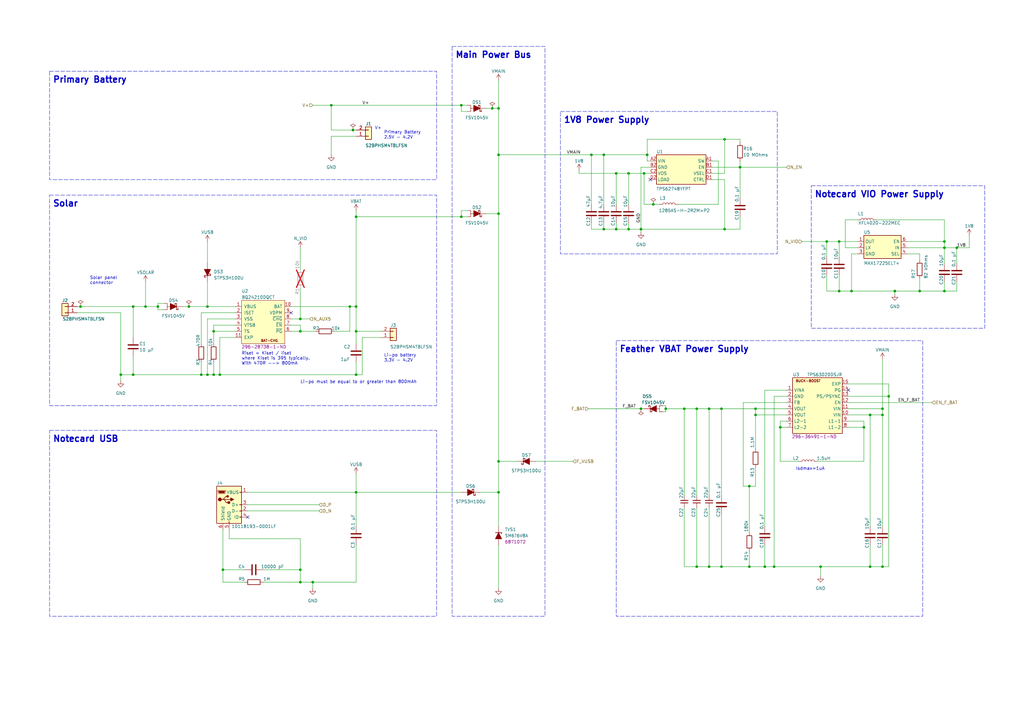
<source format=kicad_sch>
(kicad_sch (version 20230121) (generator eeschema)
  (paper "A3")
  (title_block (title "Notecarrier-F") (date "2023-05-03") (rev "A") (comment 1 "Blues Inc") (comment 2 "Heath Raftery"))
  (junction (at 387.35 119.38))
  (junction (at 204.47 44.45))
  (junction (at 146.05 135.89))
  (junction (at 90.17 153.67))
  (junction (at 364.49 162.56))
  (junction (at 144.78 53.34))
  (junction (at 257.81 93.98))
  (junction (at 290.83 167.64))
  (junction (at 87.63 153.67))
  (junction (at 252.73 71.12))
  (junction (at 344.17 119.38))
  (junction (at 146.05 88.9))
  (junction (at 267.97 83.82))
  (junction (at 204.47 189.23))
  (junction (at 123.19 130.81))
  (junction (at 82.55 153.67))
  (junction (at 59.69 125.73))
  (junction (at 336.55 232.41))
  (junction (at 146.05 125.73))
  (junction (at 54.61 125.73))
  (junction (at 242.57 63.5))
  (junction (at 128.27 238.76))
  (junction (at 349.25 119.38))
  (junction (at 146.05 153.67))
  (junction (at 33.02 125.73))
  (junction (at 264.16 71.12))
  (junction (at 339.09 99.06))
  (junction (at 143.51 125.73))
  (junction (at 146.05 201.93))
  (junction (at 262.89 93.98))
  (junction (at 204.47 87.63))
  (junction (at 361.95 232.41))
  (junction (at 201.93 44.45))
  (junction (at 257.81 71.12))
  (junction (at 309.88 170.18))
  (junction (at 320.04 175.26))
  (junction (at 64.77 125.73))
  (junction (at 309.88 167.64))
  (junction (at 367.03 119.38))
  (junction (at 356.87 232.41))
  (junction (at 307.34 199.39))
  (junction (at 189.23 88.9))
  (junction (at 54.61 153.67))
  (junction (at 313.69 232.41))
  (junction (at 265.43 63.5))
  (junction (at 356.87 170.18))
  (junction (at 87.63 135.89))
  (junction (at 77.47 125.73))
  (junction (at 285.75 232.41))
  (junction (at 280.67 167.64))
  (junction (at 377.19 119.38))
  (junction (at 252.73 93.98))
  (junction (at 85.09 125.73))
  (junction (at 303.53 68.58))
  (junction (at 361.95 170.18))
  (junction (at 361.95 167.64))
  (junction (at 295.91 167.64))
  (junction (at 123.19 238.76))
  (junction (at 387.35 101.6))
  (junction (at 49.53 153.67))
  (junction (at 354.33 175.26))
  (junction (at 204.47 63.5))
  (junction (at 91.44 233.68))
  (junction (at 392.43 101.6))
  (junction (at 344.17 99.06))
  (junction (at 297.18 57.15))
  (junction (at 85.09 153.67))
  (junction (at 204.47 201.93))
  (junction (at 123.19 233.68))
  (junction (at 307.34 232.41))
  (junction (at 290.83 232.41))
  (junction (at 295.91 232.41))
  (junction (at 285.75 167.64))
  (junction (at 189.23 43.18))
  (junction (at 387.35 99.06))
  (junction (at 135.89 43.18))
  (junction (at 273.05 167.64))
  (junction (at 262.89 167.64))
  (junction (at 317.5 232.41))
  (junction (at 247.65 93.98))
  (junction (at 123.19 135.89))
  (junction (at 247.65 63.5))
  (junction (at 297.18 93.98))
  (no_connect (at 266.7 73.66))
  (no_connect (at 101.6 212.09))
  (no_connect (at 119.38 128.27))
  (no_connect (at 347.98 160.02))
  (wire (pts (xy 146.05 223.52) (xy 146.05 238.76)))
  (wire (pts (xy 307.34 199.39) (xy 304.8 199.39)))
  (wire (pts (xy 356.87 223.52) (xy 356.87 232.41)))
  (wire (pts (xy 204.47 87.63) (xy 204.47 189.23)))
  (wire (pts (xy 290.83 208.28) (xy 290.83 232.41)))
  (wire (pts (xy 297.18 71.12) (xy 297.18 57.15)))
  (wire (pts (xy 128.27 238.76) (xy 123.19 238.76)))
  (wire (pts (xy 82.55 128.27) (xy 82.55 140.97)))
  (wire (pts (xy 304.8 165.1) (xy 322.58 165.1)))
  (wire (pts (xy 93.98 220.98) (xy 123.19 220.98)))
  (wire (pts (xy 87.63 133.35) (xy 87.63 135.89)))
  (wire (pts (xy 280.67 208.28) (xy 280.67 232.41)))
  (wire (pts (xy 82.55 148.59) (xy 82.55 153.67)))
  (wire (pts (xy 285.75 208.28) (xy 285.75 232.41)))
  (wire (pts (xy 322.58 167.64) (xy 309.88 167.64)))
  (wire (pts (xy 237.49 69.85) (xy 237.49 71.12)))
  (wire (pts (xy 87.63 153.67) (xy 85.09 153.67)))
  (wire (pts (xy 285.75 232.41) (xy 290.83 232.41)))
  (wire (pts (xy 346.71 90.17) (xy 351.79 90.17)))
  (wire (pts (xy 82.55 153.67) (xy 54.61 153.67)))
  (wire (pts (xy 199.39 87.63) (xy 204.47 87.63)))
  (wire (pts (xy 266.7 66.04) (xy 265.43 66.04)))
  (wire (pts (xy 146.05 53.34) (xy 144.78 53.34)))
  (wire (pts (xy 307.34 232.41) (xy 313.69 232.41)))
  (wire (pts (xy 361.95 215.9) (xy 361.95 170.18)))
  (wire (pts (xy 219.71 189.23) (xy 234.95 189.23)))
  (wire (pts (xy 346.71 101.6) (xy 346.71 90.17)))
  (wire (pts (xy 297.18 57.15) (xy 265.43 57.15)))
  (wire (pts (xy 204.47 201.93) (xy 204.47 215.9)))
  (wire (pts (xy 123.19 238.76) (xy 107.95 238.76)))
  (wire (pts (xy 354.33 172.72) (xy 354.33 175.26)))
  (wire (pts (xy 119.38 130.81) (xy 123.19 130.81)))
  (wire (pts (xy 49.53 128.27) (xy 49.53 153.67)))
  (wire (pts (xy 309.88 199.39) (xy 309.88 191.77)))
  (wire (pts (xy 309.88 167.64) (xy 295.91 167.64)))
  (wire (pts (xy 322.58 162.56) (xy 317.5 162.56)))
  (wire (pts (xy 359.41 90.17) (xy 387.35 90.17)))
  (wire (pts (xy 135.89 55.88) (xy 135.89 63.5)))
  (wire (pts (xy 266.7 68.58) (xy 262.89 68.58)))
  (wire (pts (xy 387.35 119.38) (xy 377.19 119.38)))
  (wire (pts (xy 135.89 43.18) (xy 189.23 43.18)))
  (wire (pts (xy 313.69 232.41) (xy 317.5 232.41)))
  (wire (pts (xy 280.67 167.64) (xy 280.67 203.2)))
  (wire (pts (xy 271.78 166.37) (xy 273.05 166.37)))
  (wire (pts (xy 91.44 233.68) (xy 91.44 238.76)))
  (wire (pts (xy 303.53 66.04) (xy 303.53 68.58)))
  (wire (pts (xy 128.27 238.76) (xy 128.27 241.3)))
  (wire (pts (xy 307.34 199.39) (xy 309.88 199.39)))
  (wire (pts (xy 285.75 167.64) (xy 285.75 203.2)))
  (wire (pts (xy 148.59 153.67) (xy 146.05 153.67)))
  (wire (pts (xy 303.53 68.58) (xy 303.53 81.28)))
  (wire (pts (xy 320.04 172.72) (xy 320.04 175.26)))
  (wire (pts (xy 262.89 68.58) (xy 262.89 93.98)))
  (wire (pts (xy 307.34 218.44) (xy 307.34 199.39)))
  (wire (pts (xy 91.44 233.68) (xy 100.33 233.68)))
  (wire (pts (xy 135.89 53.34) (xy 135.89 43.18)))
  (wire (pts (xy 257.81 71.12) (xy 257.81 83.82)))
  (wire (pts (xy 354.33 175.26) (xy 354.33 189.23)))
  (wire (pts (xy 123.19 118.11) (xy 123.19 130.81)))
  (wire (pts (xy 119.38 125.73) (xy 143.51 125.73)))
  (wire (pts (xy 146.05 194.31) (xy 146.05 201.93)))
  (wire (pts (xy 265.43 63.5) (xy 247.65 63.5)))
  (wire (pts (xy 322.58 170.18) (xy 309.88 170.18)))
  (wire (pts (xy 295.91 232.41) (xy 307.34 232.41)))
  (wire (pts (xy 91.44 238.76) (xy 100.33 238.76)))
  (wire (pts (xy 156.21 138.43) (xy 148.59 138.43)))
  (wire (pts (xy 204.47 63.5) (xy 242.57 63.5)))
  (wire (pts (xy 74.93 125.73) (xy 77.47 125.73)))
  (wire (pts (xy 204.47 189.23) (xy 212.09 189.23)))
  (wire (pts (xy 204.47 44.45) (xy 201.93 44.45)))
  (wire (pts (xy 303.53 57.15) (xy 297.18 57.15)))
  (wire (pts (xy 328.93 99.06) (xy 339.09 99.06)))
  (wire (pts (xy 59.69 125.73) (xy 64.77 125.73)))
  (wire (pts (xy 387.35 99.06) (xy 387.35 101.6)))
  (wire (pts (xy 96.52 128.27) (xy 82.55 128.27)))
  (wire (pts (xy 189.23 86.36) (xy 189.23 88.9)))
  (wire (pts (xy 262.89 93.98) (xy 262.89 95.25)))
  (wire (pts (xy 294.64 83.82) (xy 294.64 66.04)))
  (wire (pts (xy 146.05 148.59) (xy 146.05 153.67)))
  (wire (pts (xy 356.87 170.18) (xy 356.87 215.9)))
  (wire (pts (xy 309.88 167.64) (xy 309.88 170.18)))
  (wire (pts (xy 377.19 114.3) (xy 377.19 119.38)))
  (wire (pts (xy 387.35 101.6) (xy 372.11 101.6)))
  (wire (pts (xy 204.47 189.23) (xy 204.47 201.93)))
  (wire (pts (xy 54.61 146.05) (xy 54.61 153.67)))
  (wire (pts (xy 303.53 58.42) (xy 303.53 57.15)))
  (wire (pts (xy 377.19 106.68) (xy 377.19 104.14)))
  (wire (pts (xy 90.17 138.43) (xy 90.17 153.67)))
  (wire (pts (xy 252.73 93.98) (xy 257.81 93.98)))
  (wire (pts (xy 397.51 101.6) (xy 392.43 101.6)))
  (wire (pts (xy 201.93 44.45) (xy 199.39 44.45)))
  (wire (pts (xy 85.09 130.81) (xy 85.09 153.67)))
  (wire (pts (xy 143.51 125.73) (xy 143.51 135.89)))
  (wire (pts (xy 273.05 166.37) (xy 273.05 167.64)))
  (wire (pts (xy 128.27 43.18) (xy 135.89 43.18)))
  (wire (pts (xy 93.98 217.17) (xy 93.98 220.98)))
  (wire (pts (xy 290.83 232.41) (xy 295.91 232.41)))
  (wire (pts (xy 367.03 119.38) (xy 367.03 120.65)))
  (wire (pts (xy 123.19 135.89) (xy 129.54 135.89)))
  (wire (pts (xy 33.02 125.73) (xy 31.75 125.73)))
  (wire (pts (xy 146.05 135.89) (xy 146.05 125.73)))
  (wire (pts (xy 320.04 175.26) (xy 322.58 175.26)))
  (wire (pts (xy 242.57 63.5) (xy 242.57 83.82)))
  (wire (pts (xy 262.89 167.64) (xy 264.16 167.64)))
  (wire (pts (xy 322.58 172.72) (xy 320.04 172.72)))
  (wire (pts (xy 347.98 165.1) (xy 382.27 165.1)))
  (wire (pts (xy 336.55 232.41) (xy 336.55 236.22)))
  (wire (pts (xy 85.09 125.73) (xy 96.52 125.73)))
  (wire (pts (xy 237.49 71.12) (xy 252.73 71.12)))
  (wire (pts (xy 309.88 170.18) (xy 309.88 184.15)))
  (wire (pts (xy 347.98 157.48) (xy 364.49 157.48)))
  (wire (pts (xy 242.57 63.5) (xy 247.65 63.5)))
  (wire (pts (xy 267.97 83.82) (xy 264.16 83.82)))
  (wire (pts (xy 189.23 88.9) (xy 191.77 88.9)))
  (wire (pts (xy 392.43 101.6) (xy 387.35 101.6)))
  (wire (pts (xy 290.83 167.64) (xy 290.83 203.2)))
  (wire (pts (xy 273.05 167.64) (xy 280.67 167.64)))
  (wire (pts (xy 101.6 209.55) (xy 130.81 209.55)))
  (wire (pts (xy 351.79 101.6) (xy 346.71 101.6)))
  (wire (pts (xy 303.53 88.9) (xy 303.53 93.98)))
  (wire (pts (xy 364.49 162.56) (xy 364.49 232.41)))
  (wire (pts (xy 361.95 170.18) (xy 356.87 170.18)))
  (wire (pts (xy 67.31 127) (xy 64.77 127)))
  (wire (pts (xy 123.19 233.68) (xy 123.19 238.76)))
  (wire (pts (xy 292.1 73.66) (xy 297.18 73.66)))
  (wire (pts (xy 387.35 90.17) (xy 387.35 99.06)))
  (wire (pts (xy 101.6 207.01) (xy 130.81 207.01)))
  (wire (pts (xy 347.98 170.18) (xy 356.87 170.18)))
  (wire (pts (xy 196.85 201.93) (xy 204.47 201.93)))
  (wire (pts (xy 87.63 148.59) (xy 87.63 153.67)))
  (wire (pts (xy 292.1 71.12) (xy 297.18 71.12)))
  (wire (pts (xy 64.77 125.73) (xy 64.77 124.46)))
  (wire (pts (xy 347.98 175.26) (xy 354.33 175.26)))
  (wire (pts (xy 320.04 175.26) (xy 320.04 189.23)))
  (wire (pts (xy 392.43 119.38) (xy 387.35 119.38)))
  (wire (pts (xy 317.5 162.56) (xy 317.5 232.41)))
  (wire (pts (xy 377.19 104.14) (xy 372.11 104.14)))
  (wire (pts (xy 101.6 201.93) (xy 146.05 201.93)))
  (wire (pts (xy 247.65 63.5) (xy 247.65 83.82)))
  (wire (pts (xy 49.53 153.67) (xy 54.61 153.67)))
  (wire (pts (xy 148.59 138.43) (xy 148.59 153.67)))
  (wire (pts (xy 339.09 119.38) (xy 344.17 119.38)))
  (wire (pts (xy 349.25 119.38) (xy 367.03 119.38)))
  (wire (pts (xy 143.51 135.89) (xy 137.16 135.89)))
  (wire (pts (xy 204.47 44.45) (xy 204.47 63.5)))
  (wire (pts (xy 392.43 115.57) (xy 392.43 119.38)))
  (wire (pts (xy 119.38 135.89) (xy 123.19 135.89)))
  (wire (pts (xy 351.79 104.14) (xy 349.25 104.14)))
  (wire (pts (xy 295.91 167.64) (xy 295.91 203.2)))
  (wire (pts (xy 339.09 105.41) (xy 339.09 99.06)))
  (wire (pts (xy 344.17 113.03) (xy 344.17 119.38)))
  (wire (pts (xy 54.61 125.73) (xy 33.02 125.73)))
  (wire (pts (xy 266.7 71.12) (xy 264.16 71.12)))
  (wire (pts (xy 146.05 215.9) (xy 146.05 201.93)))
  (wire (pts (xy 361.95 147.32) (xy 361.95 167.64)))
  (wire (pts (xy 372.11 99.06) (xy 387.35 99.06)))
  (wire (pts (xy 247.65 93.98) (xy 252.73 93.98)))
  (wire (pts (xy 297.18 93.98) (xy 262.89 93.98)))
  (wire (pts (xy 257.81 93.98) (xy 262.89 93.98)))
  (wire (pts (xy 317.5 232.41) (xy 336.55 232.41)))
  (wire (pts (xy 204.47 33.02) (xy 204.47 44.45)))
  (wire (pts (xy 303.53 68.58) (xy 322.58 68.58)))
  (wire (pts (xy 271.78 168.91) (xy 273.05 168.91)))
  (wire (pts (xy 392.43 107.95) (xy 392.43 101.6)))
  (wire (pts (xy 361.95 223.52) (xy 361.95 232.41)))
  (wire (pts (xy 351.79 99.06) (xy 344.17 99.06)))
  (wire (pts (xy 123.19 130.81) (xy 127 130.81)))
  (wire (pts (xy 31.75 128.27) (xy 49.53 128.27)))
  (wire (pts (xy 59.69 125.73) (xy 54.61 125.73)))
  (wire (pts (xy 347.98 167.64) (xy 361.95 167.64)))
  (wire (pts (xy 377.19 119.38) (xy 367.03 119.38)))
  (wire (pts (xy 264.16 83.82) (xy 264.16 71.12)))
  (wire (pts (xy 290.83 167.64) (xy 295.91 167.64)))
  (wire (pts (xy 146.05 88.9) (xy 146.05 125.73)))
  (wire (pts (xy 96.52 138.43) (xy 90.17 138.43)))
  (wire (pts (xy 364.49 157.48) (xy 364.49 162.56)))
  (wire (pts (xy 189.23 45.72) (xy 189.23 43.18)))
  (wire (pts (xy 344.17 99.06) (xy 344.17 105.41)))
  (wire (pts (xy 54.61 125.73) (xy 54.61 138.43)))
  (wire (pts (xy 280.67 232.41) (xy 285.75 232.41)))
  (wire (pts (xy 257.81 71.12) (xy 264.16 71.12)))
  (wire (pts (xy 119.38 133.35) (xy 123.19 133.35)))
  (wire (pts (xy 144.78 53.34) (xy 135.89 53.34)))
  (wire (pts (xy 270.51 83.82) (xy 267.97 83.82)))
  (wire (pts (xy 397.51 96.52) (xy 397.51 101.6)))
  (wire (pts (xy 146.05 153.67) (xy 90.17 153.67)))
  (wire (pts (xy 146.05 201.93) (xy 189.23 201.93)))
  (wire (pts (xy 361.95 232.41) (xy 356.87 232.41)))
  (wire (pts (xy 295.91 210.82) (xy 295.91 232.41)))
  (wire (pts (xy 59.69 115.57) (xy 59.69 125.73)))
  (wire (pts (xy 247.65 91.44) (xy 247.65 93.98)))
  (wire (pts (xy 64.77 124.46) (xy 67.31 124.46)))
  (wire (pts (xy 123.19 133.35) (xy 123.19 135.89)))
  (wire (pts (xy 339.09 113.03) (xy 339.09 119.38)))
  (wire (pts (xy 146.05 55.88) (xy 135.89 55.88)))
  (wire (pts (xy 252.73 71.12) (xy 257.81 71.12)))
  (wire (pts (xy 285.75 167.64) (xy 290.83 167.64)))
  (wire (pts (xy 123.19 220.98) (xy 123.19 233.68)))
  (wire (pts (xy 96.52 133.35) (xy 87.63 133.35)))
  (wire (pts (xy 191.77 86.36) (xy 189.23 86.36)))
  (wire (pts (xy 49.53 153.67) (xy 49.53 156.21)))
  (wire (pts (xy 387.35 107.95) (xy 387.35 101.6)))
  (wire (pts (xy 107.95 233.68) (xy 123.19 233.68)))
  (wire (pts (xy 146.05 86.36) (xy 146.05 88.9)))
  (wire (pts (xy 146.05 238.76) (xy 128.27 238.76)))
  (wire (pts (xy 191.77 45.72) (xy 189.23 45.72)))
  (wire (pts (xy 339.09 99.06) (xy 344.17 99.06)))
  (wire (pts (xy 90.17 153.67) (xy 87.63 153.67)))
  (wire (pts (xy 123.19 101.6) (xy 123.19 110.49)))
  (wire (pts (xy 204.47 87.63) (xy 204.47 63.5)))
  (wire (pts (xy 303.53 68.58) (xy 292.1 68.58)))
  (wire (pts (xy 242.57 93.98) (xy 247.65 93.98)))
  (wire (pts (xy 204.47 223.52) (xy 204.47 241.3)))
  (wire (pts (xy 252.73 83.82) (xy 252.73 71.12)))
  (wire (pts (xy 304.8 199.39) (xy 304.8 165.1)))
  (wire (pts (xy 257.81 91.44) (xy 257.81 93.98)))
  (wire (pts (xy 265.43 57.15) (xy 265.43 63.5)))
  (wire (pts (xy 85.09 125.73) (xy 85.09 115.57)))
  (wire (pts (xy 87.63 135.89) (xy 87.63 140.97)))
  (wire (pts (xy 85.09 99.06) (xy 85.09 107.95)))
  (wire (pts (xy 278.13 83.82) (xy 294.64 83.82)))
  (wire (pts (xy 146.05 140.97) (xy 146.05 135.89)))
  (wire (pts (xy 307.34 226.06) (xy 307.34 232.41)))
  (wire (pts (xy 146.05 135.89) (xy 156.21 135.89)))
  (wire (pts (xy 294.64 66.04) (xy 292.1 66.04)))
  (wire (pts (xy 280.67 167.64) (xy 285.75 167.64)))
  (wire (pts (xy 77.47 125.73) (xy 85.09 125.73)))
  (wire (pts (xy 387.35 115.57) (xy 387.35 119.38)))
  (wire (pts (xy 347.98 162.56) (xy 364.49 162.56)))
  (wire (pts (xy 252.73 91.44) (xy 252.73 93.98)))
  (wire (pts (xy 344.17 119.38) (xy 349.25 119.38)))
  (wire (pts (xy 189.23 43.18) (xy 191.77 43.18)))
  (wire (pts (xy 91.44 217.17) (xy 91.44 233.68)))
  (wire (pts (xy 64.77 125.73) (xy 64.77 127)))
  (wire (pts (xy 297.18 73.66) (xy 297.18 93.98)))
  (wire (pts (xy 349.25 104.14) (xy 349.25 119.38)))
  (wire (pts (xy 354.33 189.23) (xy 335.28 189.23)))
  (wire (pts (xy 313.69 160.02) (xy 313.69 215.9)))
  (wire (pts (xy 96.52 130.81) (xy 85.09 130.81)))
  (wire (pts (xy 87.63 135.89) (xy 96.52 135.89)))
  (wire (pts (xy 364.49 232.41) (xy 361.95 232.41)))
  (wire (pts (xy 320.04 189.23) (xy 327.66 189.23)))
  (wire (pts (xy 265.43 66.04) (xy 265.43 63.5)))
  (wire (pts (xy 313.69 223.52) (xy 313.69 232.41)))
  (wire (pts (xy 361.95 167.64) (xy 361.95 170.18)))
  (wire (pts (xy 356.87 232.41) (xy 336.55 232.41)))
  (wire (pts (xy 303.53 93.98) (xy 297.18 93.98)))
  (wire (pts (xy 241.3 167.64) (xy 262.89 167.64)))
  (wire (pts (xy 347.98 172.72) (xy 354.33 172.72)))
  (wire (pts (xy 273.05 168.91) (xy 273.05 167.64)))
  (wire (pts (xy 242.57 91.44) (xy 242.57 93.98)))
  (wire (pts (xy 146.05 88.9) (xy 189.23 88.9)))
  (wire (pts (xy 322.58 160.02) (xy 313.69 160.02)))
  (wire (pts (xy 146.05 125.73) (xy 143.51 125.73)))
  (wire (pts (xy 85.09 153.67) (xy 82.55 153.67)))
  (rectangle (start 332.74 76.2) (end 403.86 134.62) (stroke (width 0) (type dash)))
  (rectangle (start 185.42 19.05) (end 223.52 252.73) (stroke (width 0) (type dash)))
  (rectangle (start 20.32 176.53) (end 179.07 252.73) (stroke (width 0) (type dash)))
  (rectangle (start 252.73 139.7) (end 378.46 252.73) (stroke (width 0) (type dash)))
  (rectangle (start 20.32 29.21) (end 179.07 73.66) (stroke (width 0) (type dash)))
  (rectangle (start 229.87 45.72) (end 318.77 104.14) (stroke (width 0) (type dash)))
  (rectangle (start 20.32 80.01) (end 179.07 166.37) (stroke (width 0) (type dash)))
  (text "Li-po battery\n3.3V - 4.2V" (at 157.48 148.59 0) (effects (font (size 1.27 1.27)) (justify left bottom)))
  (text "Isdmax=1uA" (at 326.39 193.04 0) (effects (font (size 1.27 1.27)) (justify left bottom)))
  (text "Notecard VIO Power Supply" (at 334.01 81.28 0) (effects (font (size 2.54 2.54) (thickness 0.508) bold) (justify left bottom)))
  (text "Main Power Bus" (at 186.69 24.13 0) (effects (font (size 2.54 2.54) (thickness 0.508) bold) (justify left bottom)))
  (text "V+" (at 153.67 53.34 0) (effects (font (size 1.27 1.27)) (justify left bottom)))
  (text "Solar" (at 21.59 85.09 0) (effects (font (size 2.54 2.54) (thickness 0.508) bold) (justify left bottom)))
  (text "Riset = Kiset / Iiset\nwhere Kiset is 395 typically.\nWith 470R --> 800mA" (at 99.06 149.86 0) (effects (font (size 1.27 1.27)) (justify left bottom)))
  (text "Primary Battery\n2.5V - 4.2V" (at 157.48 57.15 0) (effects (font (size 1.27 1.27)) (justify left bottom)))
  (text "Feather VBAT Power Supply" (at 254 144.78 0) (effects (font (size 2.54 2.54) (thickness 0.508) bold) (justify left bottom)))
  (text "Primary Battery" (at 21.59 34.29 0) (effects (font (size 2.54 2.54) (thickness 0.508) bold) (justify left bottom)))
  (text "Notecard USB" (at 21.59 181.61 0) (effects (font (size 2.54 2.54) (thickness 0.508) bold) (justify left bottom)))
  (text "Solar panel\nconnector" (at 36.83 116.84 0) (effects (font (size 1.27 1.27)) (justify left bottom)))
  (text "Li-po must be equal to or greater than 800mAh" (at 123.19 157.48 0) (effects (font (size 1.27 1.27)) (justify left bottom)))
  (text "1V8 Power Supply" (at 231.14 50.8 0) (effects (font (size 2.54 2.54) (thickness 0.508) bold) (justify left bottom)))
  (label "V+" (at 148.59 43.18 0))
  (label "GND" (at 262.89 91.44 90))
  (label "1V8" (at 392.43 101.6 0))
  (label "F_BAT" (at 255.27 167.64 0))
  (label "EN_F_BAT" (at 368.3 165.1 0))
  (label "VMAIN" (at 232.41 63.5 0))
  (hierarchical_label "F_BAT" (shape input) (at 241.3 167.64 180))
  (hierarchical_label "EN_F_BAT" (shape input) (at 382.27 165.1 0))
  (hierarchical_label "V+" (shape input) (at 128.27 43.18 180))
  (hierarchical_label "D_P" (shape input) (at 130.81 207.01 0))
  (hierarchical_label "N_AUX5" (shape input) (at 127 130.81 0))
  (hierarchical_label "N_EN" (shape input) (at 322.58 68.58 0))
  (hierarchical_label "F_VUSB" (shape input) (at 234.95 189.23 0))
  (hierarchical_label "N_VIO" (shape input) (at 328.93 99.06 180))
  (hierarchical_label "D_N" (shape input) (at 130.81 209.55 0))
  (symbol (lib_id "blues-kicad-lib:FSV1045V") (at 195.58 87.63 180) (unit 1)
    (property "Reference" "DS2" (at 195.58 85.09 0))
    (property "Value" "FSV1045V" (at 195.58 91.44 0))
    (property "Footprint" "blues-kicad-lib:TO277-3" (effects hide))
    (property "Datasheet" "https://www.onsemi.com/pdf/datasheet/fsv1045v-d.pdf" (effects hide))
    (property "Description" "DIODO SCHOTTKY 10A 45V FSV1045V TO277-3 SMT" (effects hide))
    (property "Manufacturer" "ON Semiconductor / Fairchild" (effects hide))
    (property "Order Code" "FSV1045VCT-ND" (effects hide))
    (property "Part Number" "FSV1045V" (effects hide))
    (property "Supplier" "Digi-Key" (effects hide))
  )
  (symbol (lib_id "blues-kicad-lib:power_VBAT") (at 146.05 86.36 0) (unit 1) (in_bom no) (on_board no)
    (property "Reference" "#PWR05" (effects hide))
    (property "Value" "VBAT" (at 146.05 82.55 0))
  )
  (symbol (lib_id "Connector_Generic:Conn_01x02") (at 151.13 55.88 0) (mirror x) (unit 1)
    (property "Reference" "J1" (at 151.13 50.8 0))
    (property "Value" "S2BPHSM4TBLFSN" (at 149.86 59.69 0) (effects (justify left)))
    (property "Footprint" "blues-kicad-lib:JST S2B-PH-SM4-TB" (effects hide))
    (property "Description" "PH SMT SIDE ENTRY HDR 2W" (effects hide))
    (property "Manufacturer" "JST" (effects hide))
    (property "Order Code" "455-1749-1-ND" (effects hide))
    (property "Part Number" "S2B-PH-SM4-TB(LF)(SN" (effects hide))
    (property "Supplier" "Digi-Key" (effects hide))
  )
  (symbol (lib_id "power:PWR_FLAG") (at 33.02 125.73 0) (unit 1)
    (property "Reference" "#FLG01" (effects hide))
    (property "Value" "PWR_FLAG" (effects hide))
  )
  (symbol (lib_id "blues-kicad-lib:MAX17225ELT_NoLabel") (at 361.95 101.6 0) (unit 1)
    (property "Reference" "U5" (at 355.6 95.25 0))
    (property "Value" "MAX17225ELT+" (at 354.33 107.95 0) (effects (justify left)))
    (property "Footprint" "blues-kicad-lib:MAX17225ELT+UDFN" (effects hide))
    (property "Datasheet" "https://www.analog.com/media/en/technical-documentation/data-sheets/MAX17220-MAX17225.pdf" (effects hide))
    (property "Description" "nanoPower Boost Converter that Extends Battery Life and Reduces Solution Size" (effects hide))
    (property "Manufacturer" "Maxim" (effects hide))
    (property "Order Code" "MAX17225ELT+ -ND" (effects hide))
    (property "Part Number" "MAX17225ELT+" (effects hide))
    (property "Supplier" "Digi-Key" (effects hide))
  )
  (symbol (lib_id "power:PWR_FLAG") (at 77.47 125.73 0) (unit 1)
    (property "Reference" "#FLG02" (effects hide))
    (property "Value" "PWR_FLAG" (effects hide))
  )
  (symbol (lib_id "Device:L") (at 331.47 189.23 90) (unit 1)
    (property "Reference" "L2" (at 326.39 187.96 90))
    (property "Value" "1.5uH" (at 337.82 187.96 90))
    (property "Footprint" "blues-kicad-lib:VCHA042A-1R5MS6" (effects hide))
    (property "Description" "Fixed Ind 1.5UH 7.3A 15.4 Mohm" (effects hide))
    (property "Manufacturer" "Cyntec" (effects hide))
    (property "Order Code" "2037-VCHA042A-1R5MS6CT-ND" (effects hide))
    (property "Part Number" "VCHA042A-1R5MS6" (effects hide))
    (property "Supplier" "Digi-Key" (effects hide))
  )
  (symbol (lib_id "power:GND") (at 367.03 120.65 0) (unit 1)
    (property "Reference" "#PWR010" (effects hide))
    (property "Value" "GND" (at 367.03 125.73 0))
  )
  (symbol (lib_id "Device:C") (at 313.69 219.71 0) (unit 1)
    (property "Reference" "C18" (at 312.42 224.79 90) (effects (justify left)))
    (property "Value" "0.1 µF" (at 312.42 217.17 90) (effects (justify left)))
    (property "Footprint" "blues-kicad-lib:CAP 0402_1005" (effects hide))
    (property "Description" "CAP CER 0.1UF 16V X7R 0402" (effects hide))
    (property "Manufacturer" "Samsung" (effects hide))
    (property "Order Code" "187-CL05B104KO5NNNC" (effects hide))
    (property "Part Number" "CL05B104KO5NNNC" (effects hide))
    (property "Supplier" "Farnell" (effects hide))
  )
  (symbol (lib_id "Device:R") (at 82.55 144.78 0) (unit 1)
    (property "Reference" "R3" (at 81.28 149.86 90) (effects (justify left)))
    (property "Value" "470R" (at 81.28 142.24 90) (effects (justify left)))
    (property "Footprint" "blues-kicad-lib:RES 0402_1005" (effects hide))
    (property "Description" "Res Thick Film 0402 470 Ohm 1% 0.063W(1/16W) ±100ppm/C Pad SMD T/R" (effects hide))
    (property "Manufacturer" "Yageo" (effects hide))
    (property "Order Code" "311-470LRTR-ND" (effects hide))
    (property "Part Number" "RC0402FR-07470RL" (effects hide))
    (property "Supplier" "Digi-Key" (effects hide))
  )
  (symbol (lib_id "power:GND") (at 49.53 156.21 0) (unit 1)
    (property "Reference" "#PWR01" (effects hide))
    (property "Value" "GND" (at 49.53 161.29 0))
  )
  (symbol (lib_id "Device:R") (at 303.53 62.23 0) (unit 1)
    (property "Reference" "R16" (at 304.8 60.96 0) (effects (justify left)))
    (property "Value" "10 MOhms" (at 304.8 63.5 0) (effects (justify left)))
    (property "Footprint" "blues-kicad-lib:RES 0402_1005" (effects hide))
    (property "Description" "RES 10M OHM 5% 1/16W 0402" (effects hide))
    (property "Manufacturer" "Yageo" (effects hide))
    (property "Order Code" "311-10MJRCT-ND" (effects hide))
    (property "Part Number" "RC0402JR-0710ML" (effects hide))
    (property "Supplier" "Digi-Key" (effects hide))
  )
  (symbol (lib_id "power:GND") (at 336.55 236.22 0) (unit 1)
    (property "Reference" "#PWR012" (effects hide))
    (property "Value" "GND" (at 336.55 241.3 0))
  )
  (symbol (lib_id "Device:R") (at 87.63 144.78 0) (unit 1)
    (property "Reference" "R4" (at 86.36 149.86 90) (effects (justify left)))
    (property "Value" "10k" (at 86.36 142.24 90) (effects (justify left)))
    (property "Footprint" "blues-kicad-lib:RES 0402_1005" (effects hide))
    (property "Description" "Res Thick Film 0402 10K Ohm 1% 1/16W ±100ppm/°C Molded SMD SMD T/R" (effects hide))
    (property "Manufacturer" "Samsung" (effects hide))
    (property "Order Code" "1276-3431-2-ND" (effects hide))
    (property "Part Number" "RC1005F103CS" (effects hide))
    (property "Supplier" "Digi-Key" (effects hide))
  )
  (symbol (lib_id "blues-kicad-lib:TPS62748YFPT_NoLabel") (at 279.4 68.58 0) (unit 1)
    (property "Reference" "U1" (at 269.24 62.23 0) (effects (justify left)))
    (property "Value" "TPS62748YFPT" (at 269.24 77.47 0) (effects (justify left)))
    (property "Footprint" "blues-kicad-lib:TPS62748YFPT-DSBGA4x2" (effects hide))
    (property "Datasheet" "https://www.ti.com/lit/ds/symlink/tps62748.pdf" (effects hide))
    (property "Description" "Conv DC-DC 2.15V to 5.5V Step Down Single-Out 1.2V/1.8V 0.3A 8-Pin DSBGA T/R" (effects hide))
    (property "Manufacturer" "Texas Instruments" (effects hide))
    (property "Order Code" "TPS62748YFPT" (effects hide))
    (property "Part Number" "TPS62748YFPT" (effects hide))
    (property "Supplier" "Texas Instruments" (effects hide))
  )
  (symbol (lib_id "blues-kicad-lib:power_VMAIN") (at 204.47 33.02 0) (unit 1) (in_bom no) (on_board no)
    (property "Reference" "#PWR07" (effects hide))
    (property "Value" "VMAIN" (at 204.47 29.21 0))
  )
  (symbol (lib_id "blues-kicad-lib:power_VSOLAR") (at 59.69 115.57 0) (unit 1) (in_bom no) (on_board no)
    (property "Reference" "#PWR02" (effects hide))
    (property "Value" "VSOLAR" (at 59.69 111.76 0))
  )
  (symbol (lib_id "Device:C") (at 295.91 207.01 0) (unit 1)
    (property "Reference" "C25" (at 294.64 212.09 90) (effects (justify left)))
    (property "Value" "0.1 µF" (at 294.64 204.47 90) (effects (justify left)))
    (property "Footprint" "blues-kicad-lib:CAP 0402_1005" (effects hide))
    (property "Description" "CAP CER 0.1UF 16V X7R 0402" (effects hide))
    (property "Manufacturer" "Samsung" (effects hide))
    (property "Order Code" "187-CL05B104KO5NNNC" (effects hide))
    (property "Part Number" "CL05B104KO5NNNC" (effects hide))
    (property "Supplier" "Farnell" (effects hide))
  )
  (symbol (lib_id "blues-kicad-lib:power_VUSB") (at 146.05 194.31 0) (unit 1) (in_bom no) (on_board no)
    (property "Reference" "#PWR015" (effects hide))
    (property "Value" "VUSB" (at 146.05 190.5 0))
  )
  (symbol (lib_id "Connector_Generic:Conn_01x02") (at 161.29 138.43 0) (mirror x) (unit 1)
    (property "Reference" "J3" (at 161.29 133.35 0))
    (property "Value" "S2BPHSM4TBLFSN" (at 160.02 142.24 0) (effects (justify left)))
    (property "Footprint" "blues-kicad-lib:JST S2B-PH-SM4-TB" (effects hide))
    (property "Description" "PH SMT SIDE ENTRY HDR 2W" (effects hide))
    (property "Manufacturer" "JST" (effects hide))
    (property "Order Code" "455-1749-1-ND" (effects hide))
    (property "Part Number" "S2B-PH-SM4-TB(LF)(SN" (effects hide))
    (property "Supplier" "Digi-Key" (effects hide))
  )
  (symbol (lib_id "Device:C") (at 392.43 111.76 180) (unit 1)
    (property "Reference" "C21" (at 391.16 113.03 90) (effects (justify left)))
    (property "Value" "0.1 µF" (at 391.16 102.87 90) (effects (justify left)))
    (property "Footprint" "blues-kicad-lib:CAP 0402_1005" (effects hide))
    (property "Description" "CAP CER 0.1UF 16V X7R 0402" (effects hide))
    (property "Manufacturer" "Samsung" (effects hide))
    (property "Order Code" "187-CL05B104KO5NNNC" (effects hide))
    (property "Part Number" "CL05B104KO5NNNC" (effects hide))
    (property "Supplier" "Farnell" (effects hide))
  )
  (symbol (lib_id "power:GND") (at 135.89 63.5 0) (unit 1)
    (property "Reference" "#PWR06" (effects hide))
    (property "Value" "GND" (at 135.89 68.58 0))
  )
  (symbol (lib_id "Connector_Generic:Conn_01x02") (at 26.67 128.27 180) (unit 1)
    (property "Reference" "J2" (at 26.67 123.19 0))
    (property "Value" "S2BPHSM4TBLFSN" (at 34.29 130.81 0))
    (property "Footprint" "blues-kicad-lib:JST S2B-PH-SM4-TB" (effects hide))
    (property "Description" "PH SMT SIDE ENTRY HDR 2W" (effects hide))
    (property "Manufacturer" "JST" (effects hide))
    (property "Order Code" "455-1749-1-ND" (effects hide))
    (property "Part Number" "S2B-PH-SM4-TB(LF)(SN" (effects hide))
    (property "Supplier" "Digi-Key" (effects hide))
  )
  (symbol (lib_id "blues-kicad-lib:SM6T6V8A") (at 204.47 219.71 270) (unit 1)
    (property "Reference" "TVS1" (at 207.01 217.17 90) (effects (justify left)))
    (property "Value" "SM6T6V8A" (at 207.01 219.71 90) (effects (justify left)))
    (property "Footprint" "blues-kicad-lib:SMB_Backwards" (effects hide))
    (property "Datasheet" "https://www.st.com/resource/en/datasheet/sm6t.pdf" (effects hide))
    (property "Description" "DIODO TVS TRANSIL UNIDIR. 600W 6.8V SM6T6V8A SMB SMT" (effects hide))
    (property "Manufacturer" "STMicroelectronics" (effects hide))
    (property "Order Code" "6871072" (at 207.01 222.25 90) (effects (justify left)))
    (property "Part Number" "SM6T6V8A" (effects hide))
    (property "Supplier" "RSComponents" (effects hide))
  )
  (symbol (lib_id "Device:C") (at 339.09 109.22 0) (unit 1)
    (property "Reference" "C10" (at 337.82 114.3 90) (effects (justify left)))
    (property "Value" "0.1 µF" (at 337.82 106.68 90) (effects (justify left)))
    (property "Footprint" "blues-kicad-lib:CAP 0402_1005" (effects hide))
    (property "Description" "CAP CER 0.1UF 16V X7R 0402" (effects hide))
    (property "Manufacturer" "Samsung" (effects hide))
    (property "Order Code" "187-CL05B104KO5NNNC" (effects hide))
    (property "Part Number" "CL05B104KO5NNNC" (effects hide))
    (property "Supplier" "Farnell" (effects hide))
  )
  (symbol (lib_id "power:PWR_FLAG") (at 267.97 83.82 0) (unit 1)
    (property "Reference" "#FLG03" (effects hide))
    (property "Value" "PWR_FLAG" (effects hide))
  )
  (symbol (lib_id "power:GND") (at 128.27 241.3 0) (unit 1)
    (property "Reference" "#PWR014" (effects hide))
    (property "Value" "GND" (at 128.27 246.38 0))
  )
  (symbol (lib_id "Device:C") (at 387.35 111.76 0) (unit 1)
    (property "Reference" "C20" (at 386.08 116.84 90) (effects (justify left)))
    (property "Value" "10µF" (at 386.08 109.22 90) (effects (justify left)))
    (property "Footprint" "blues-kicad-lib:CAP 0402_1005" (effects hide))
    (property "Description" "CAP CER 10UF 6.3V X5R 0402" (effects hide))
    (property "Manufacturer" "Murata" (effects hide))
    (property "Order Code" "490-13211-1-ND" (effects hide))
    (property "Part Number" "GRJ155R60J106ME11D" (effects hide))
    (property "Supplier" "Digi-Key" (effects hide))
  )
  (symbol (lib_id "blues-kicad-lib:FSV1045V") (at 71.12 125.73 180) (unit 1)
    (property "Reference" "DS4" (at 71.12 123.19 0))
    (property "Value" "FSV1045V" (at 71.12 129.54 0))
    (property "Footprint" "blues-kicad-lib:TO277-3" (effects hide))
    (property "Datasheet" "https://www.onsemi.com/pdf/datasheet/fsv1045v-d.pdf" (effects hide))
    (property "Description" "DIODO SCHOTTKY 10A 45V FSV1045V TO277-3 SMT" (effects hide))
    (property "Manufacturer" "ON Semiconductor / Fairchild" (effects hide))
    (property "Order Code" "FSV1045VCT-ND" (effects hide))
    (property "Part Number" "FSV1045V" (effects hide))
    (property "Supplier" "Digi-Key" (effects hide))
  )
  (symbol (lib_id "Device:C") (at 344.17 109.22 180) (unit 1)
    (property "Reference" "C11" (at 342.9 110.49 90) (effects (justify left)))
    (property "Value" "10µF" (at 342.9 101.6 90) (effects (justify left)))
    (property "Footprint" "blues-kicad-lib:CAP 0402_1005" (effects hide))
    (property "Description" "CAP CER 10UF 6.3V X5R 0402" (effects hide))
    (property "Manufacturer" "Murata" (effects hide))
    (property "Order Code" "490-13211-1-ND" (effects hide))
    (property "Part Number" "GRJ155R60J106ME11D" (effects hide))
    (property "Supplier" "Digi-Key" (effects hide))
  )
  (symbol (lib_id "blues-kicad-lib:power_1V8") (at 397.51 96.52 0) (unit 1) (in_bom no) (on_board no)
    (property "Reference" "#PWR08" (effects hide))
    (property "Value" "1V8" (at 397.51 92.71 0))
  )
  (symbol (lib_id "Device:R") (at 123.19 114.3 180) (unit 1) (dnp yes)
    (property "Reference" "R1" (at 121.92 118.11 90) (effects (justify left)))
    (property "Value" "10k" (at 121.92 106.68 90) (effects (justify left)))
    (property "Footprint" "blues-kicad-lib:RES 0402_1005" (effects hide))
    (property "Description" "RES 10K OHM 1% 1/8W 0402" (effects hide))
    (property "Manufacturer" "TE Connectivity Passive Product" (effects hide))
    (property "Order Code" "A130367CT-ND" (effects hide))
    (property "Part Number" "CRGP0402F10K" (effects hide))
    (property "Supplier" "DigiKey" (effects hide))
  )
  (symbol (lib_id "Device:C") (at 247.65 87.63 180) (unit 1)
    (property "Reference" "C13" (at 246.38 88.9 90) (effects (justify left)))
    (property "Value" "4.7µF" (at 246.38 80.01 90) (effects (justify left)))
    (property "Footprint" "blues-kicad-lib:CAP 0603_1608" (effects hide))
    (property "Description" "CAP CER 4.7UF 6.3V X5R 0603" (effects hide))
    (property "Manufacturer" "Kyocera AVX" (effects hide))
    (property "Order Code" "478-10813-1-ND" (effects hide))
    (property "Part Number" "06036D475KAT4A" (effects hide))
    (property "Supplier" "Digi-Key" (effects hide))
  )
  (symbol (lib_id "Device:C") (at 303.53 85.09 180) (unit 1)
    (property "Reference" "C19" (at 302.26 86.36 90) (effects (justify left)))
    (property "Value" "0.1 µF" (at 302.26 76.2 90) (effects (justify left)))
    (property "Footprint" "blues-kicad-lib:CAP 0402_1005" (effects hide))
    (property "Description" "CAP CER 0.1UF 16V X7R 0402" (effects hide))
    (property "Manufacturer" "Samsung" (effects hide))
    (property "Order Code" "187-CL05B104KO5NNNC" (effects hide))
    (property "Part Number" "CL05B104KO5NNNC" (effects hide))
    (property "Supplier" "Farnell" (effects hide))
  )
  (symbol (lib_id "Device:R") (at 307.34 222.25 180) (unit 1)
    (property "Reference" "R14" (at 306.07 226.06 90) (effects (justify left)))
    (property "Value" "180k" (at 306.07 213.36 90) (effects (justify left)))
    (property "Footprint" "blues-kicad-lib:RES 0402_1005" (effects hide))
    (property "Description" "Res Thick Film 0402 180K Ohm 1% 1/16W +/-100ppm/ßC Molded SMD Paper T/R" (effects hide))
    (property "Manufacturer" "Yageo" (effects hide))
    (property "Order Code" "311-180KLRTR-ND" (effects hide))
    (property "Part Number" "RC0402FR-07180KL" (effects hide))
    (property "Supplier" "Digi-Key" (effects hide))
  )
  (symbol (lib_id "Device:C") (at 104.14 233.68 270) (unit 1)
    (property "Reference" "C4" (at 99.06 232.41 90))
    (property "Value" "10000 pF" (at 111.76 232.41 90))
    (property "Footprint" "blues-kicad-lib:CAP 1206_3216 - 0.8MM" (effects hide))
    (property "Description" "CAP CER 10000PF 1KV X7R 1206" (effects hide))
    (property "Manufacturer" "Yageo" (effects hide))
    (property "Order Code" "311-3578-1-ND" (effects hide))
    (property "Part Number" "CS1206KKX7RCBB103" (effects hide))
    (property "Supplier" "Digi-Key" (effects hide))
  )
  (symbol (lib_id "Connector:USB_B_Micro") (at 93.98 207.01 0) (unit 1)
    (property "Reference" "J4" (at 90.17 198.12 0))
    (property "Value" "10118193-0001LF" (at 104.14 215.9 0))
    (property "Footprint" "blues-kicad-lib:FCI USB 10118193-0001LF" (effects hide))
    (property "Description" "CONN RCPT USB2.0 MICRO B SMD R/A" (effects hide))
    (property "Manufacturer" "Amphenol ICC" (effects hide))
    (property "Order Code" "609-4616-2-ND" (effects hide))
    (property "Part Number" "10118193-0001LF" (effects hide))
    (property "Supplier" "Digi-Key" (effects hide))
  )
  (symbol (lib_id "Device:C") (at 252.73 87.63 0) (unit 1)
    (property "Reference" "C14" (at 251.46 92.71 90) (effects (justify left)))
    (property "Value" "10µF" (at 251.46 85.09 90) (effects (justify left)))
    (property "Footprint" "blues-kicad-lib:CAP 0402_1005" (effects hide))
    (property "Description" "CAP CER 10UF 6.3V X5R 0402" (effects hide))
    (property "Manufacturer" "Murata" (effects hide))
    (property "Order Code" "490-13211-1-ND" (effects hide))
    (property "Part Number" "GRJ155R60J106ME11D" (effects hide))
    (property "Supplier" "Digi-Key" (effects hide))
  )
  (symbol (lib_id "Device:C") (at 356.87 219.71 180) (unit 1)
    (property "Reference" "C16" (at 355.6 220.98 90) (effects (justify left)))
    (property "Value" "10µF" (at 355.6 212.09 90) (effects (justify left)))
    (property "Footprint" "blues-kicad-lib:CAP 0603_1608" (effects hide))
    (property "Description" "CAP CER 10UF 10V X5R 0603" (effects hide))
    (property "Manufacturer" "Samsung" (effects hide))
    (property "Order Code" "1276-1192-1-ND" (effects hide))
    (property "Part Number" "CL10A106KP8NNNC" (effects hide))
    (property "Supplier" "Digi-Key" (effects hide))
  )
  (symbol (lib_id "Device:C") (at 257.81 87.63 0) (unit 1)
    (property "Reference" "C15" (at 256.54 92.71 90) (effects (justify left)))
    (property "Value" "10µF" (at 256.54 85.09 90) (effects (justify left)))
    (property "Footprint" "blues-kicad-lib:CAP 0402_1005" (effects hide))
    (property "Description" "CAP CER 10UF 6.3V X5R 0402" (effects hide))
    (property "Manufacturer" "Murata" (effects hide))
    (property "Order Code" "490-13211-1-ND" (effects hide))
    (property "Part Number" "GRJ155R60J106ME11D" (effects hide))
    (property "Supplier" "Digi-Key" (effects hide))
  )
  (symbol (lib_id "power:PWR_FLAG") (at 144.78 53.34 0) (unit 1)
    (property "Reference" "#FLG05" (effects hide))
    (property "Value" "PWR_FLAG" (effects hide))
  )
  (symbol (lib_id "power:PWR_FLAG") (at 262.89 167.64 180) (unit 1)
    (property "Reference" "#FLG06" (effects hide))
    (property "Value" "PWR_FLAG" (effects hide))
  )
  (symbol (lib_id "Device:C") (at 361.95 219.71 180) (unit 1)
    (property "Reference" "C17" (at 360.68 220.98 90) (effects (justify left)))
    (property "Value" "10µF" (at 360.68 212.09 90) (effects (justify left)))
    (property "Footprint" "blues-kicad-lib:CAP 0603_1608" (effects hide))
    (property "Description" "CAP CER 10UF 10V X5R 0603" (effects hide))
    (property "Manufacturer" "Samsung" (effects hide))
    (property "Order Code" "1276-1192-1-ND" (effects hide))
    (property "Part Number" "CL10A106KP8NNNC" (effects hide))
    (property "Supplier" "Digi-Key" (effects hide))
  )
  (symbol (lib_id "power:GND") (at 262.89 95.25 0) (unit 1)
    (property "Reference" "#PWR09" (effects hide))
    (property "Value" "GND" (at 262.89 100.33 0))
  )
  (symbol (lib_id "Device:R") (at 309.88 187.96 180) (unit 1)
    (property "Reference" "R13" (at 308.61 191.77 90) (effects (justify left)))
    (property "Value" "1.1M" (at 308.61 179.07 90) (effects (justify left)))
    (property "Footprint" "blues-kicad-lib:RES 0402_1005" (effects hide))
    (property "Description" "Res Thick Film 0402 1.1M Ohm 1% 0.063W(1/16W) ±100ppm/C Pad SMD Automotive T/R" (effects hide))
    (property "Manufacturer" "Yageo" (effects hide))
    (property "Order Code" "YAG5647CT-ND" (effects hide))
    (property "Part Number" "AC0402FR-071M1L" (effects hide))
    (property "Supplier" "Digi-Key" (effects hide))
  )
  (symbol (lib_id "Device:R") (at 377.19 110.49 0) (unit 1)
    (property "Reference" "R17" (at 374.65 114.3 90) (effects (justify left)))
    (property "Value" "82 kOhms" (at 379.73 114.3 90) (effects (justify left)))
    (property "Footprint" "blues-kicad-lib:RES 0402_1005" (effects hide))
    (property "Description" "RES 82K OHM 1% 1/16W 0402" (effects hide))
    (property "Manufacturer" "Stackpole Electronics" (effects hide))
    (property "Order Code" "RMCF0402FT82K0CT-ND" (effects hide))
    (property "Part Number" "RMCF0402FT82K0" (effects hide))
    (property "Supplier" "Digi-Key" (effects hide))
  )
  (symbol (lib_id "Device:C_Small") (at 285.75 205.74 180) (unit 1)
    (property "Reference" "C23" (at 284.48 208.28 90) (effects (justify left)))
    (property "Value" "22µF" (at 284.48 199.39 90) (effects (justify left)))
    (property "Footprint" "blues-kicad-lib:CAP FILM 0805" (effects hide))
    (property "Description" "贴片电容（MLCC） 22µF ±20% 16V X5R 0805" (effects hide))
    (property "Manufacturer" "Samsung" (effects hide))
    (property "Order Code" "CL21A226MOQNNNE" (effects hide))
    (property "Part Number" "CL21A226MOQNNNE" (effects hide))
    (property "Supplier" "Avnet" (effects hide))
  )
  (symbol (lib_id "blues-kicad-lib:BQ24210DQCT") (at 109.22 130.81 0) (unit 1)
    (property "Reference" "U2" (at 99.06 119.38 0) (effects (justify left)))
    (property "Value" "BQ24210DQCT" (at 99.06 121.92 0) (effects (justify left)))
    (property "Footprint" "blues-kicad-lib:BQ24210DQCT" (effects hide))
    (property "Datasheet" "https://www.ti.com/lit/ds/symlink/bq24210.pdf" (effects hide))
    (property "Description" "INTEGRATO BQ24210DQCT WSON10 TEXAS SMT" (effects hide))
    (property "Manufacturer" "Texas Instruments" (effects hide))
    (property "Order Code" "296-28738-1-ND" (at 99.06 142.24 0) (effects (justify left)))
    (property "Part Number" "BQ24210DQCT" (effects hide))
    (property "Supplier" "Digi-Key" (effects hide))
  )
  (symbol (lib_id "blues-kicad-lib:power_1V8") (at 237.49 69.85 0) (unit 1) (in_bom no) (on_board no)
    (property "Reference" "#PWR011" (effects hide))
    (property "Value" "1V8" (at 237.49 66.04 0))
  )
  (symbol (lib_id "blues-kicad-lib:D_Schottky_Filled_Swapped") (at 85.09 111.76 90) (unit 1)
    (property "Reference" "DS3" (at 87.63 111.4425 90) (effects (justify right)))
    (property "Value" "STPS3H100U" (at 87.63 113.9825 90) (effects (justify right)))
    (property "Footprint" "blues-kicad-lib:DO214AA SMB" (effects hide))
    (property "Description" "DIODE SCHOTTKY 100V 3A SMB" (effects hide))
    (property "Manufacturer" "STMicroelectronics" (effects hide))
    (property "Order Code" "497-10392-1-ND" (effects hide))
    (property "Part Number" "STPS3H100U" (effects hide))
    (property "Supplier" "Digi-Key" (effects hide))
  )
  (symbol (lib_id "Device:L") (at 355.6 90.17 90) (unit 1)
    (property "Reference" "L1" (at 353.06 87.63 90))
    (property "Value" "XFL4020-222MEC" (at 360.68 91.44 90))
    (property "Footprint" "blues-kicad-lib:IND_XFL4020-222MEC" (effects hide))
    (property "Description" "Power inductor, shielded, 20% tol, SMT, RoHS, halogen free" (effects hide))
    (property "Manufacturer" "Coilcraft" (effects hide))
    (property "Order Code" "XFL4020-222MEC" (effects hide))
    (property "Part Number" "XFL4020-222MEC" (effects hide))
  )
  (symbol (lib_id "blues-kicad-lib:power_VMAIN") (at 361.95 147.32 0) (unit 1) (in_bom no) (on_board no)
    (property "Reference" "#PWR013" (effects hide))
    (property "Value" "VMAIN" (at 361.95 143.51 0))
  )
  (symbol (lib_id "Device:L") (at 274.32 83.82 90) (unit 1)
    (property "Reference" "L3" (at 271.78 81.28 90))
    (property "Value" "1285AS-H-2R2M=P2" (at 280.67 86.36 90))
    (property "Footprint" "blues-kicad-lib:1285AS-H-2R2M=P2-INDC2016X100N" (effects hide))
    (property "Description" "Inductor Power Shielded Wirewound 2.2uH 20% 1MHz Metal 1.2A 0.204Ohm DCR 0806 T/R" (effects hide))
    (property "Manufacturer" "Murata" (effects hide))
    (property "Order Code" "490-10600-1-ND" (effects hide))
    (property "Part Number" "1285AS-H-2R2M=P2" (effects hide))
    (property "Supplier" "Digi-Key" (effects hide))
  )
  (symbol (lib_id "blues-kicad-lib:power_VUSB") (at 85.09 99.06 0) (unit 1) (in_bom no) (on_board no)
    (property "Reference" "#PWR03" (effects hide))
    (property "Value" "VUSB" (at 85.09 95.25 0))
  )
  (symbol (lib_id "Device:C") (at 146.05 219.71 180) (unit 1)
    (property "Reference" "C3" (at 144.78 222.25 90) (effects (justify left)))
    (property "Value" "0.1 µF" (at 144.78 210.82 90) (effects (justify left)))
    (property "Footprint" "blues-kicad-lib:CAP 0402_1005" (effects hide))
    (property "Description" "CAP CER 0.1UF 16V X7R 0402" (effects hide))
    (property "Manufacturer" "Samsung" (effects hide))
    (property "Order Code" "187-CL05B104KO5NNNC" (effects hide))
    (property "Part Number" "CL05B104KO5NNNC" (effects hide))
    (property "Supplier" "Farnell" (effects hide))
  )
  (symbol (lib_id "power:PWR_FLAG") (at 201.93 44.45 0) (unit 1)
    (property "Reference" "#FLG04" (effects hide))
    (property "Value" "PWR_FLAG" (effects hide))
  )
  (symbol (lib_id "blues-kicad-lib:D_Schottky_Filled_Swapped") (at 215.9 189.23 0) (mirror x) (unit 1)
    (property "Reference" "DS7" (at 215.9 186.69 0))
    (property "Value" "STPS3H100U" (at 215.9 193.04 0))
    (property "Footprint" "blues-kicad-lib:DO214AA SMB" (effects hide))
    (property "Description" "DIODE SCHOTTKY 100V 3A SMB" (effects hide))
    (property "Manufacturer" "STMicroelectronics" (effects hide))
    (property "Order Code" "497-10392-1-ND" (effects hide))
    (property "Part Number" "STPS3H100U" (effects hide))
    (property "Supplier" "Digi-Key" (effects hide))
  )
  (symbol (lib_id "Device:C_Small") (at 290.83 205.74 180) (unit 1)
    (property "Reference" "C24" (at 289.56 208.28 90) (effects (justify left)))
    (property "Value" "22µF" (at 289.56 199.39 90) (effects (justify left)))
    (property "Footprint" "blues-kicad-lib:CAP FILM 0805" (effects hide))
    (property "Description" "贴片电容（MLCC） 22µF ±20% 16V X5R 0805" (effects hide))
    (property "Manufacturer" "Samsung" (effects hide))
    (property "Order Code" "CL21A226MOQNNNE" (effects hide))
    (property "Part Number" "CL21A226MOQNNNE" (effects hide))
    (property "Supplier" "Avnet" (effects hide))
  )
  (symbol (lib_id "blues-kicad-lib:FSV1045V") (at 267.97 167.64 0) (unit 1)
    (property "Reference" "DS5" (at 265.43 162.56 0))
    (property "Value" "FSV1045V" (at 267.97 165.1 0))
    (property "Footprint" "blues-kicad-lib:TO277-3" (effects hide))
    (property "Datasheet" "https://www.onsemi.com/pdf/datasheet/fsv1045v-d.pdf" (effects hide))
    (property "Description" "DIODO SCHOTTKY 10A 45V FSV1045V TO277-3 SMT" (effects hide))
    (property "Manufacturer" "ON Semiconductor / Fairchild" (effects hide))
    (property "Order Code" "FSV1045VCT-ND" (effects hide))
    (property "Part Number" "FSV1045V" (effects hide))
    (property "Supplier" "Digi-Key" (effects hide))
  )
  (symbol (lib_id "Device:C") (at 146.05 144.78 0) (unit 1)
    (property "Reference" "C2" (at 140.97 142.24 0) (effects (justify left)))
    (property "Value" "1µF" (at 139.7 147.32 0) (effects (justify left)))
    (property "Footprint" "blues-kicad-lib:CAP 0402_1005" (effects hide))
    (property "Description" "CAP CER 1UF 16V X5R 0402" (effects hide))
    (property "Manufacturer" "Samsung" (effects hide))
    (property "Order Code" "1276-1067-1-ND" (effects hide))
    (property "Part Number" "CL05A105KO5NNNC" (effects hide))
    (property "Supplier" "Digi-Key" (effects hide))
  )
  (symbol (lib_id "blues-kicad-lib:TPS63020DSJR") (at 335.28 160.02 0) (unit 1)
    (property "Reference" "U3" (at 325.12 153.67 0) (effects (justify left)))
    (property "Value" "TPS63020DSJR" (at 345.44 153.67 0) (effects (justify right)))
    (property "Footprint" "blues-kicad-lib:TI PVSON-14 DSJ" (effects hide))
    (property "Datasheet" "https://www.ti.com/general/docs/suppproductinfo.tsp?distId=10&gotoUrl=https%3A%2F%2Fwww.ti.com%2Flit%2Fgpn%2Ftps63020" (effects hide))
    (property "Description" "I.C. DC/DC CONVERTER TPS63020DSJR TEXAS VSON14 SMT" (effects hide))
    (property "Manufacturer" "Texas Instruments" (effects hide))
    (property "Order Code" "296-36491-1-ND" (at 334.01 179.07 0))
    (property "Part Number" "TPS63020DSJR" (effects hide))
    (property "Supplier" "Digi-Key" (effects hide))
  )
  (symbol (lib_id "blues-kicad-lib:D_Schottky_Filled_Swapped") (at 193.04 201.93 180) (unit 1)
    (property "Reference" "DS6" (at 193.04 199.39 0))
    (property "Value" "STPS3H100U" (at 193.04 205.74 0))
    (property "Footprint" "blues-kicad-lib:DO214AA SMB" (effects hide))
    (property "Description" "DIODE SCHOTTKY 100V 3A SMB" (effects hide))
    (property "Manufacturer" "STMicroelectronics" (effects hide))
    (property "Order Code" "497-10392-1-ND" (effects hide))
    (property "Part Number" "STPS3H100U" (effects hide))
    (property "Supplier" "Digi-Key" (effects hide))
  )
  (symbol (lib_id "Device:R") (at 104.14 238.76 270) (unit 1)
    (property "Reference" "R5" (at 97.79 237.49 90) (effects (justify left)))
    (property "Value" "1M" (at 107.95 237.49 90) (effects (justify left)))
    (property "Footprint" "blues-kicad-lib:RES 1206_3216" (effects hide))
    (property "Description" "Res Thick Film 1206 1M Ohm 1% 0.25W(1/4W) ±100ppm/C Pad SMD T/R" (effects hide))
    (property "Manufacturer" "Yageo" (effects hide))
    (property "Order Code" "311-1.00MFRTR-ND" (effects hide))
    (property "Part Number" "RC1206FR-071ML" (effects hide))
    (property "Supplier" "Digi-Key" (effects hide))
  )
  (symbol (lib_id "blues-kicad-lib:power_N_VIO") (at 123.19 101.6 0) (unit 1) (in_bom no) (on_board no)
    (property "Reference" "#PWR04" (effects hide))
    (property "Value" "N_VIO" (at 123.19 97.79 0))
  )
  (symbol (lib_id "Device:C") (at 242.57 87.63 180) (unit 1)
    (property "Reference" "C12" (at 241.3 88.9 90) (effects (justify left)))
    (property "Value" "47µF" (at 241.3 80.01 90) (effects (justify left)))
    (property "Footprint" "blues-kicad-lib:CAP 1210_3225 - 2.8MM" (effects hide))
    (property "Description" "CAP CER 47UF 16V X5R 1210" (effects hide))
    (property "Manufacturer" "Kyocera AVX" (effects hide))
    (property "Order Code" "478-11989-1-ND" (effects hide))
    (property "Part Number" "1210YD476KAT2A" (effects hide))
    (property "Supplier" "Digi-Key" (effects hide))
  )
  (symbol (lib_id "blues-kicad-lib:FSV1045V") (at 195.58 44.45 180) (unit 1)
    (property "Reference" "DS1" (at 195.58 41.91 0))
    (property "Value" "FSV1045V" (at 195.58 48.26 0))
    (property "Footprint" "blues-kicad-lib:TO277-3" (effects hide))
    (property "Datasheet" "https://www.onsemi.com/pdf/datasheet/fsv1045v-d.pdf" (effects hide))
    (property "Description" "DIODO SCHOTTKY 10A 45V FSV1045V TO277-3 SMT" (effects hide))
    (property "Manufacturer" "ON Semiconductor / Fairchild" (effects hide))
    (property "Order Code" "FSV1045VCT-ND" (effects hide))
    (property "Part Number" "FSV1045V" (effects hide))
    (property "Supplier" "Digi-Key" (effects hide))
  )
  (symbol (lib_id "Device:C_Small") (at 280.67 205.74 180) (unit 1)
    (property "Reference" "C22" (at 279.4 208.28 90) (effects (justify left)))
    (property "Value" "22µF" (at 279.4 199.39 90) (effects (justify left)))
    (property "Footprint" "blues-kicad-lib:CAP FILM 0805" (effects hide))
    (property "Description" "贴片电容（MLCC） 22µF ±20% 16V X5R 0805" (effects hide))
    (property "Manufacturer" "Samsung" (effects hide))
    (property "Order Code" "CL21A226MOQNNNE" (effects hide))
    (property "Part Number" "CL21A226MOQNNNE" (effects hide))
    (property "Supplier" "Avnet" (effects hide))
  )
  (symbol (lib_id "Device:C") (at 54.61 142.24 0) (unit 1)
    (property "Reference" "C1" (at 57.15 140.97 0) (effects (justify left)))
    (property "Value" "10 µF" (at 57.15 143.51 0) (effects (justify left)))
    (property "Footprint" "blues-kicad-lib:CAP 1206_3216 - 0.8MM" (effects hide))
    (property "Description" "CAP CER 10UF 25V X5R 1206" (effects hide))
    (property "Manufacturer" "Sams" (effects hide))
    (property "Order Code" "1276-1075-1-ND" (effects hide))
    (property "Part Number" "CL31A106KAHNNNE" (effects hide))
    (property "Supplier" "Digi-Key" (effects hide))
  )
  (symbol (lib_id "power:GND") (at 204.47 241.3 0) (unit 1)
    (property "Reference" "#PWR016" (effects hide))
    (property "Value" "GND" (at 204.47 246.38 0))
  )
  (symbol (lib_id "Device:R") (at 133.35 135.89 270) (unit 1)
    (property "Reference" "R2" (at 128.27 134.62 90) (effects (justify left)))
    (property "Value" "10k" (at 135.89 134.62 90) (effects (justify left)))
    (property "Footprint" "blues-kicad-lib:RES 0402_1005" (effects hide))
    (property "Description" "Res Thick Film 0402 10K Ohm 1% 1/16W ±100ppm/°C Molded SMD SMD T/R" (effects hide))
    (property "Manufacturer" "Samsung" (effects hide))
    (property "Order Code" "1276-3431-2-ND" (effects hide))
    (property "Part Number" "RC1005F103CS" (effects hide))
    (property "Supplier" "Digi-Key" (effects hide))
  )
)
</source>
